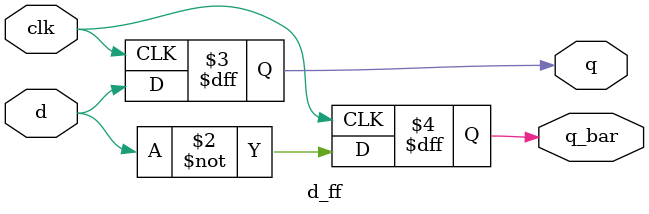
<source format=v>
module d_ff (input clk, d, 
            output q, q_bar);

wire d, clk;
reg q, q_bar;

always @ (posedge clk)
begin
    q <= d;
    q_bar <= ~d;
end
endmodule
</source>
